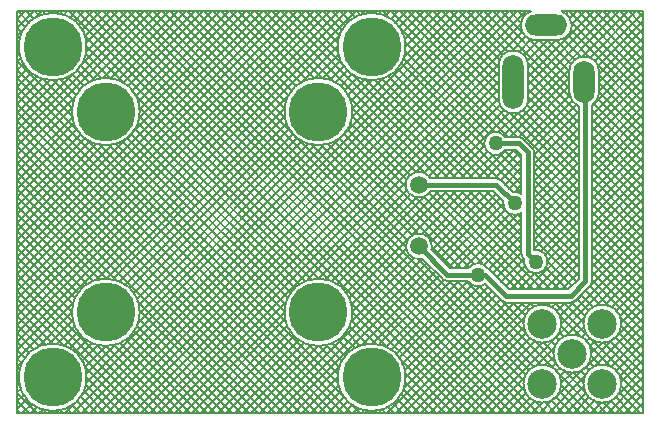
<source format=gbl>
G04*
G04 #@! TF.GenerationSoftware,Altium Limited,Altium Designer,20.1.14 (287)*
G04*
G04 Layer_Physical_Order=2*
G04 Layer_Color=16711680*
%FSLAX42Y42*%
%MOMM*%
G71*
G04*
G04 #@! TF.SameCoordinates,C0F7CC4A-4C12-43CF-AD3A-5075A501ED9E*
G04*
G04*
G04 #@! TF.FilePolarity,Positive*
G04*
G01*
G75*
%ADD13C,0.40*%
%ADD29C,0.20*%
%ADD30C,1.50*%
%ADD31C,5.00*%
%ADD32C,2.50*%
%ADD33O,1.80X4.60*%
%ADD34O,1.80X3.60*%
%ADD35O,3.60X1.80*%
%ADD36C,1.27*%
D13*
X4247Y2280D02*
X4323Y2204D01*
X4050Y2280D02*
X4247D01*
X3900Y1168D02*
X3962D01*
X4142Y988D01*
X4688D02*
X4811Y1111D01*
X4142Y988D02*
X4688D01*
X4323Y1347D02*
Y2204D01*
Y1347D02*
X4390Y1280D01*
X4811Y1111D02*
Y2789D01*
X4800Y2800D02*
X4811Y2789D01*
X3400Y1930D02*
X4055D01*
X4213Y1773D01*
X3642Y1168D02*
X3900D01*
X3400Y1410D02*
X3642Y1168D01*
D29*
X4867Y2604D02*
G03*
X4926Y2710I-67J106D01*
G01*
Y2890D02*
G03*
X4675Y2890I-126J0D01*
G01*
Y2710D02*
G03*
X4756Y2592I126J0D01*
G01*
X4696Y3280D02*
G03*
X4610Y3399I-126J0D01*
G01*
X4570Y3154D02*
G03*
X4696Y3280I0J126D01*
G01*
X4350Y3399D02*
G03*
X4390Y3154I40J-119D01*
G01*
X4286Y2319D02*
G03*
X4247Y2336I-39J-39D01*
G01*
X4286Y2319D02*
G03*
X4247Y2336I-39J-39D01*
G01*
X4326Y2940D02*
G03*
X4075Y2940I-126J0D01*
G01*
Y2660D02*
G03*
X4326Y2660I126J0D01*
G01*
X4132Y2336D02*
G03*
X4132Y2224I-82J-56D01*
G01*
X4378Y2204D02*
G03*
X4362Y2244I-56J0D01*
G01*
X4378Y2204D02*
G03*
X4362Y2244I-56J0D01*
G01*
X4094Y1969D02*
G03*
X4055Y1986I-39J-39D01*
G01*
X4267Y1855D02*
G03*
X4194Y1870I-55J-83D01*
G01*
X4267Y1347D02*
G03*
X4284Y1308I56J0D01*
G01*
X4267Y1347D02*
G03*
X4284Y1308I56J0D01*
G01*
X4115Y1791D02*
G03*
X4267Y1690I97J-19D01*
G01*
X4094Y1969D02*
G03*
X4055Y1986I-39J-39D01*
G01*
X3507Y1382D02*
G03*
X3511Y1410I-107J28D01*
G01*
X4851Y1072D02*
G03*
X4867Y1111I-39J39D01*
G01*
X4851Y1072D02*
G03*
X4867Y1111I-39J39D01*
G01*
X5115Y754D02*
G03*
X5115Y754I-161J0D01*
G01*
X4861Y500D02*
G03*
X4861Y500I-161J0D01*
G01*
X5115Y246D02*
G03*
X5115Y246I-161J0D01*
G01*
X4489Y1280D02*
G03*
X4378Y1378I-99J0D01*
G01*
X4293Y1299D02*
G03*
X4489Y1280I97J-19D01*
G01*
X4001Y1207D02*
G03*
X3985Y1218I-39J-39D01*
G01*
X4001Y1207D02*
G03*
X3985Y1218I-39J-39D01*
G01*
D02*
G03*
X3818Y1224I-85J-50D01*
G01*
X3603Y1129D02*
G03*
X3642Y1112I39J39D01*
G01*
X3818D02*
G03*
X3961Y1090I82J56D01*
G01*
X3603Y1129D02*
G03*
X3642Y1112I39J39D01*
G01*
X4688Y933D02*
G03*
X4728Y949I0J56D01*
G01*
X4688Y933D02*
G03*
X4728Y949I0J56D01*
G01*
X4607Y754D02*
G03*
X4607Y754I-161J0D01*
G01*
Y246D02*
G03*
X4607Y246I-161J0D01*
G01*
X4102Y949D02*
G03*
X4142Y933I39J39D01*
G01*
X4102Y949D02*
G03*
X4142Y933I39J39D01*
G01*
X3286Y3100D02*
G03*
X3286Y3100I-286J0D01*
G01*
X3496Y1986D02*
G03*
X3496Y1874I-96J-56D01*
G01*
X3511Y1410D02*
G03*
X3428Y1303I-111J0D01*
G01*
X2836Y2550D02*
G03*
X2836Y2550I-286J0D01*
G01*
X586Y3100D02*
G03*
X586Y3100I-286J0D01*
G01*
X1036Y2550D02*
G03*
X1036Y2550I-286J0D01*
G01*
X2836Y850D02*
G03*
X2836Y850I-286J0D01*
G01*
X3286Y300D02*
G03*
X3286Y300I-286J0D01*
G01*
X1036Y850D02*
G03*
X1036Y850I-286J0D01*
G01*
X586Y300D02*
G03*
X586Y300I-286J0D01*
G01*
X5248Y3399D02*
X5300Y3347D01*
X5033Y3399D02*
X5300Y3132D01*
X4961Y3399D02*
X5300Y3060D01*
X4889Y3399D02*
X5300Y2988D01*
X5176Y3399D02*
X5300Y3275D01*
X5104Y3399D02*
X5300Y3203D01*
X4890Y2978D02*
X5300Y3388D01*
X4926Y2870D02*
X5300Y3245D01*
X4926Y2799D02*
X5300Y3173D01*
X4918Y2934D02*
X5300Y3317D01*
X4926Y2727D02*
X5300Y3101D01*
X4926Y2710D02*
Y2890D01*
Y2716D02*
X5300Y2341D01*
X4867Y2309D02*
X5300Y2742D01*
X4867Y2381D02*
X5300Y2814D01*
X4913Y2656D02*
X5300Y2269D01*
X4882Y2615D02*
X5300Y2198D01*
X4867Y2237D02*
X5300Y2670D01*
X4914Y2943D02*
X5300Y2557D01*
X4867Y2524D02*
X5300Y2957D01*
X4867Y2596D02*
X5300Y3029D01*
X4926Y2859D02*
X5300Y2485D01*
X4926Y2788D02*
X5300Y2413D01*
X4867Y2452D02*
X5300Y2886D01*
X4782Y3014D02*
X5167Y3399D01*
X4846Y3007D02*
X5239Y3399D01*
X4326Y2773D02*
X4951Y3399D01*
X4817D02*
X5300Y2916D01*
X4745Y3399D02*
X5300Y2844D01*
X4610Y3399D02*
X5300D01*
X4679Y3342D02*
X4736Y3399D01*
X4695Y3287D02*
X4808Y3399D01*
X4326Y2845D02*
X4879Y3399D01*
X4662Y3195D02*
X4853Y3004D01*
X4620Y3165D02*
X4772Y3012D01*
X4673Y3399D02*
X5300Y2772D01*
X4326Y2702D02*
X5023Y3399D01*
X4321Y2625D02*
X5095Y3399D01*
X4692Y3308D02*
X5300Y2701D01*
X4689Y3240D02*
X5300Y2629D01*
X4326Y2884D02*
X4756Y2454D01*
X4326Y2813D02*
X4756Y2383D01*
X4325Y2958D02*
X4756Y2526D01*
X4326Y2741D02*
X4756Y2311D01*
X4326Y2669D02*
X4756Y2239D01*
X4315Y2608D02*
X4756Y2167D01*
X4867Y2343D02*
X5300Y1910D01*
X4867Y1878D02*
X5300Y2311D01*
X4867Y1950D02*
X5300Y2383D01*
X4867Y1806D02*
X5300Y2239D01*
X4867Y2200D02*
X5300Y1767D01*
X4867Y2271D02*
X5300Y1838D01*
X4867Y2559D02*
X5300Y2126D01*
X4867Y2093D02*
X5300Y2526D01*
X4867Y2165D02*
X5300Y2598D01*
X4867Y2021D02*
X5300Y2454D01*
X4867Y2415D02*
X5300Y1982D01*
X4867Y2487D02*
X5300Y2054D01*
X4867Y1912D02*
X5300Y1479D01*
X4867Y1447D02*
X5300Y1880D01*
X4867Y1519D02*
X5300Y1952D01*
X4867Y1375D02*
X5300Y1808D01*
X4867Y1769D02*
X5300Y1336D01*
X4867Y1840D02*
X5300Y1407D01*
X4867Y2128D02*
X5300Y1695D01*
X4867Y1662D02*
X5300Y2095D01*
X4867Y1734D02*
X5300Y2167D01*
X4867Y1590D02*
X5300Y2023D01*
X4867Y1984D02*
X5300Y1551D01*
X4867Y2056D02*
X5300Y1623D01*
X4378Y1892D02*
X4756Y2270D01*
X4378Y1820D02*
X4756Y2198D01*
X4169Y2538D02*
X4756Y1952D01*
X4378Y1748D02*
X4756Y2126D01*
X4378Y2113D02*
X4756Y1736D01*
X4378Y2185D02*
X4756Y1808D01*
X4378Y2179D02*
X4756Y2557D01*
X4284Y2567D02*
X4756Y2095D01*
X4239Y2540D02*
X4756Y2023D01*
X4378Y2036D02*
X4756Y2413D01*
X4378Y1964D02*
X4756Y2341D01*
X4378Y2108D02*
X4756Y2485D01*
X4378Y1826D02*
X4756Y1449D01*
X4378Y1389D02*
X4756Y1767D01*
X4378Y1461D02*
X4756Y1838D01*
X4431Y1370D02*
X4756Y1695D01*
X4471Y1338D02*
X4756Y1623D01*
X4378Y1754D02*
X4756Y1377D01*
X4378Y2042D02*
X4756Y1664D01*
X4378Y1605D02*
X4756Y1982D01*
X4378Y1677D02*
X4756Y2054D01*
X4378Y1533D02*
X4756Y1910D01*
X4378Y1898D02*
X4756Y1520D01*
X4378Y1970D02*
X4756Y1592D01*
X4645Y3380D02*
X4664Y3399D01*
X4559Y3154D02*
X4724Y2990D01*
X4390Y3154D02*
X4570D01*
X4487D02*
X4690Y2951D01*
X4319Y2982D02*
X4491Y3154D01*
X4314Y3399D02*
X4326Y3388D01*
X4242Y3399D02*
X4288Y3353D01*
X4249Y3056D02*
X4353Y3160D01*
X4291Y3026D02*
X4419Y3154D01*
X4186Y3065D02*
X4307Y3186D01*
X4415Y3154D02*
X4675Y2895D01*
X4675Y2710D02*
Y2890D01*
X4325Y3172D02*
X4675Y2823D01*
X4331Y2275D02*
X4696Y2640D01*
X4366Y2239D02*
X4732Y2605D01*
X4295Y2311D02*
X4676Y2692D01*
X4326Y2917D02*
X4563Y3154D01*
X4326Y2660D02*
Y2940D01*
X4175Y2336D02*
X4675Y2835D01*
X4247Y2336D02*
X4675Y2763D01*
X4171Y3399D02*
X4267Y3303D01*
X4099Y3399D02*
X4283Y3215D01*
X4027Y3399D02*
X4675Y2751D01*
X3883Y3399D02*
X4218Y3064D01*
X3811Y3399D02*
X4154Y3057D01*
X3596Y3399D02*
X4075Y2920D01*
X3524Y3399D02*
X4075Y2848D01*
X3380Y3399D02*
X4075Y2705D01*
X3739Y3399D02*
X4111Y3028D01*
X3668Y3399D02*
X4083Y2984D01*
X3452Y3399D02*
X4075Y2776D01*
X4119Y2351D02*
X4676Y2908D01*
X3955Y3399D02*
X4680Y2674D01*
X4073Y2376D02*
X4236Y2540D01*
X4132Y2336D02*
X4247D01*
X3610Y1986D02*
X4164Y2540D01*
X4075Y2660D02*
Y2940D01*
X3441Y2033D02*
X4075Y2666D01*
X3374Y2038D02*
X4075Y2738D01*
X3538Y1986D02*
X4118Y2565D01*
X3483Y2003D02*
X4087Y2606D01*
X4286Y2319D02*
X4362Y2244D01*
X4224Y2224D02*
X4267Y2181D01*
X4196Y2224D02*
X4267Y2153D01*
X4129Y2220D02*
X4267Y2081D01*
X4132Y2224D02*
X4224D01*
X4095Y1968D02*
X4267Y2140D01*
X4088Y2188D02*
X4267Y2009D01*
X4131Y1932D02*
X4267Y2068D01*
X4167Y1896D02*
X4267Y1996D01*
Y1855D02*
Y2181D01*
X4378Y1378D02*
Y2204D01*
Y1395D02*
X4394Y1379D01*
X4214Y1872D02*
X4267Y1925D01*
X4094Y1969D02*
X4194Y1870D01*
X4240Y1677D02*
X4267Y1650D01*
Y1347D02*
Y1690D01*
X4147Y1699D02*
X4267Y1578D01*
X3969Y1986D02*
X4208Y2224D01*
X4041Y1986D02*
X4252Y2197D01*
X3897Y1986D02*
X4136Y2224D01*
X4018Y2186D02*
X4267Y1937D01*
X3496Y1986D02*
X4055D01*
X3753D02*
X3979Y2211D01*
X3825Y1986D02*
X4024Y2184D01*
X3682Y1986D02*
X3954Y2257D01*
X3496Y1874D02*
X4032D01*
X3490Y1866D02*
X3499Y1874D01*
X3483Y2003D02*
X3500Y1986D01*
X3899Y1874D02*
X4267Y1506D01*
X3827Y1874D02*
X4267Y1434D01*
X3755Y1874D02*
X4267Y1362D01*
X4032Y1874D02*
X4115Y1791D01*
X3971Y1874D02*
X4139Y1707D01*
X3580Y1309D02*
X4089Y1818D01*
X3504Y1448D02*
X3930Y1874D01*
X3508Y1381D02*
X4002Y1874D01*
X3475Y1491D02*
X3858Y1874D01*
X3544Y1345D02*
X4053Y1854D01*
X3428Y1517D02*
X3786Y1874D01*
X4867Y1231D02*
X5300Y1664D01*
X4867Y1625D02*
X5300Y1192D01*
X4867Y1303D02*
X5300Y1736D01*
X4867Y1697D02*
X5300Y1264D01*
X4867Y1553D02*
X5300Y1120D01*
X4900Y905D02*
X5300Y1305D01*
X4867Y1159D02*
X5300Y1592D01*
X4867Y1481D02*
X5300Y1048D01*
X4867Y1409D02*
X5300Y976D01*
X4867Y1111D02*
Y2604D01*
X4979Y913D02*
X5300Y1233D01*
X5033Y894D02*
X5300Y1161D01*
X4867Y1338D02*
X5300Y904D01*
X5103Y814D02*
X5300Y617D01*
Y-0D02*
Y3399D01*
X5078Y652D02*
X5300Y874D01*
X5113Y732D02*
X5300Y545D01*
X4975Y405D02*
X5300Y730D01*
X4892Y394D02*
X5300Y802D01*
X4867Y1194D02*
X5300Y761D01*
X4867Y1122D02*
X5300Y689D01*
X4867Y1266D02*
X5300Y833D01*
X5101Y819D02*
X5300Y1018D01*
X5114Y760D02*
X5300Y946D01*
X5073Y862D02*
X5300Y1089D01*
X4608Y1044D02*
X4756Y1192D01*
X4489Y1284D02*
X4756Y1551D01*
X4812Y1033D02*
X4932Y913D01*
X4728Y949D02*
X4851Y1072D01*
X4378Y1539D02*
X4756Y1161D01*
X4392Y1044D02*
X4756Y1407D01*
X4320Y1044D02*
X4756Y1479D01*
X4536Y1044D02*
X4756Y1264D01*
X4665Y1044D02*
X4756Y1134D01*
X4464Y1044D02*
X4756Y1336D01*
X4595Y815D02*
X5300Y1521D01*
X4607Y755D02*
X5300Y1449D01*
X3923Y0D02*
X5300Y1377D01*
X4848Y1069D02*
X5014Y903D01*
X4776Y997D02*
X4878Y895D01*
X4740Y961D02*
X4837Y864D01*
X4696Y933D02*
X4808Y821D01*
X4553Y933D02*
X4819Y667D01*
X4625Y933D02*
X4794Y764D01*
X4646Y651D02*
X4803Y808D01*
X4591Y823D02*
X4769Y645D01*
X5099Y314D02*
X5300Y515D01*
X4964Y594D02*
X5300Y258D01*
X4867Y619D02*
X5300Y186D01*
X5114Y257D02*
X5300Y443D01*
X5099Y315D02*
X5300Y114D01*
X5091Y162D02*
X5300Y371D01*
X5095Y678D02*
X5300Y473D01*
X5064Y637D02*
X5300Y402D01*
X5029Y388D02*
X5300Y658D01*
X5070Y357D02*
X5300Y587D01*
X5021Y608D02*
X5300Y330D01*
X4860Y506D02*
X4948Y594D01*
X5114Y229D02*
X5300Y42D01*
X5073Y0D02*
X5300Y227D01*
X5001Y0D02*
X5300Y299D01*
X5216Y0D02*
X5300Y84D01*
X5288Y0D02*
X5300Y12D01*
X5144Y0D02*
X5300Y156D01*
X5067Y132D02*
X5199Y0D01*
X5097Y173D02*
X5271Y0D01*
X4929D02*
X5038Y109D01*
X4969Y86D02*
X5055Y0D01*
X5025Y102D02*
X5127Y0D01*
X4879Y104D02*
X4983Y0D01*
X4847Y565D02*
X4889Y607D01*
X4824Y398D02*
X5056Y630D01*
X4860Y483D02*
X4937Y406D01*
X4845Y569D02*
X5023Y391D01*
X4843Y427D02*
X4881Y389D01*
X4779Y640D02*
X4814Y675D01*
X4819Y608D02*
X4846Y635D01*
X4725Y659D02*
X4795Y729D01*
X4813Y386D02*
X4840Y359D01*
X4771Y356D02*
X4810Y317D01*
X4715Y340D02*
X4794Y261D01*
X4606Y233D02*
X4839Y0D01*
X4585Y326D02*
X4911Y0D01*
X4785D02*
X4886Y101D01*
X4857Y0D02*
X4943Y86D01*
X4713Y0D02*
X4843Y130D01*
X4625Y358D02*
X4812Y171D01*
X4570Y144D02*
X4802Y376D01*
X4498Y0D02*
X4806Y308D01*
X4591Y177D02*
X4768Y0D01*
X4642D02*
X4812Y171D01*
X4570Y0D02*
X4795Y225D01*
X4378Y1682D02*
X4756Y1305D01*
Y1134D02*
Y2592D01*
X4378Y1611D02*
X4756Y1233D01*
X4378Y1467D02*
X4733Y1112D01*
X4284Y1308D02*
X4293Y1299D01*
X3990Y1216D02*
X4267Y1494D01*
X4027Y1182D02*
X4267Y1422D01*
X3953Y1252D02*
X4267Y1565D01*
X4063Y1146D02*
X4267Y1350D01*
X4489Y1284D02*
X4697Y1076D01*
X4474Y1228D02*
X4658Y1044D01*
X4437Y1193D02*
X4586Y1044D01*
X4249D02*
X4386Y1181D01*
X4376Y1182D02*
X4514Y1044D01*
X4165D02*
X4665D01*
X4099Y1110D02*
X4290Y1301D01*
X4135Y1074D02*
X4300Y1239D01*
X4001Y1207D02*
X4165Y1044D01*
X4177D02*
X4332Y1199D01*
X3961Y1090D02*
X4102Y949D01*
X3913Y1070D02*
X4304Y679D01*
X3683Y1874D02*
X4292Y1266D01*
X3652Y1237D02*
X4131Y1716D01*
X3616Y1273D02*
X4114Y1771D01*
X3897Y1267D02*
X4267Y1637D01*
X3782Y1224D02*
X4234Y1676D01*
X3710Y1224D02*
X4170Y1683D01*
X3507Y1382D02*
X3665Y1224D01*
X3510Y1401D02*
X3688Y1224D01*
X3377Y1822D02*
X3940Y1259D01*
X3665Y1224D02*
X3818D01*
X3428Y1303D02*
X3603Y1129D01*
X3540Y1874D02*
X4370Y1044D01*
X3612Y1874D02*
X4442Y1044D01*
X3396Y1300D02*
X4334Y361D01*
X3727Y1112D02*
X4433Y406D01*
X3799Y1112D02*
X4526Y385D01*
X3655Y1112D02*
X4377Y391D01*
X3484Y1858D02*
X4298Y1044D01*
X3443Y1828D02*
X4227Y1044D01*
X3642Y1112D02*
X3818D01*
X4567Y859D02*
X4640Y933D01*
X4606Y737D02*
X4683Y660D01*
X4589Y681D02*
X4627Y643D01*
X4559Y640D02*
X4586Y613D01*
X4481Y933D02*
X4515Y899D01*
X4528Y892D02*
X4569Y933D01*
X4476Y912D02*
X4497Y933D01*
X4410D02*
X4429Y914D01*
X4517Y610D02*
X4556Y571D01*
X4400Y908D02*
X4425Y933D01*
X4565Y354D02*
X4592Y381D01*
X4593Y311D02*
X4635Y353D01*
X4525Y386D02*
X4560Y421D01*
X4606Y252D02*
X4694Y340D01*
X4561Y134D02*
X4696Y0D01*
X4520Y104D02*
X4624Y0D01*
X4461Y594D02*
X4540Y515D01*
X4471Y405D02*
X4541Y475D01*
X4392Y397D02*
X4549Y554D01*
X4426Y0D02*
X4548Y122D01*
X4465Y87D02*
X4552Y0D01*
X4381Y99D02*
X4480Y0D01*
X4142Y933D02*
X4688D01*
X4338D02*
X4373Y897D01*
X3420Y0D02*
X4353Y933D01*
X4371Y612D02*
X4558Y425D01*
X4116Y939D02*
X4286Y769D01*
X4266Y933D02*
X4332Y867D01*
X4211Y0D02*
X4338Y127D01*
X4194Y933D02*
X4302Y825D01*
X3708Y0D02*
X4341Y633D01*
X3779Y0D02*
X4385Y605D01*
X3636Y0D02*
X4308Y672D01*
X4282Y0D02*
X4381Y99D01*
X4354Y0D02*
X4440Y86D01*
X3851Y0D02*
X4445Y593D01*
X3492Y0D02*
X4292Y800D01*
X3564Y0D02*
X4288Y724D01*
X3348Y0D02*
X4281Y933D01*
X4067Y0D02*
X4287Y221D01*
X4139Y0D02*
X4306Y167D01*
X3995Y0D02*
X4295Y300D01*
X3117Y3361D02*
X3155Y3399D01*
X3163Y3335D02*
X3227Y3399D01*
X3063Y3379D02*
X3083Y3399D01*
X3093D02*
X3147Y3345D01*
X3235Y3263D02*
X3371Y3399D01*
X3235Y3263D02*
X3371Y3399D01*
X3202Y3302D02*
X3299Y3399D01*
X2913Y3372D02*
X2940Y3399D01*
X2877D02*
X2906Y3370D01*
X2806Y3399D02*
X2857Y3347D01*
X2998Y3386D02*
X3012Y3399D01*
X3021D02*
X3037Y3383D01*
X2949Y3399D02*
X2965Y3383D01*
X3308Y3399D02*
X4079Y2629D01*
X3237Y3399D02*
X4756Y1880D01*
X3165Y3399D02*
X4228Y2336D01*
X3283Y3137D02*
X4041Y2379D01*
X3283Y3065D02*
X3990Y2359D01*
X3245Y3247D02*
X4156Y2336D01*
X3279Y3163D02*
X3514Y3399D01*
X3286Y3098D02*
X3586Y3399D01*
X3261Y3217D02*
X3443Y3399D01*
X3272Y3013D02*
X3658Y3399D01*
X2831Y2500D02*
X3730Y3399D01*
X2765Y2362D02*
X3802Y3399D01*
X2590D02*
X2750Y3239D01*
X2518Y3399D02*
X2729Y3189D01*
X2303Y3399D02*
X2768Y2934D01*
X2734Y3399D02*
X2815Y3318D01*
X2662Y3399D02*
X2779Y3281D01*
X-1Y3399D02*
X4350D01*
X2015D02*
X2580Y2834D01*
X1943Y3399D02*
X2510Y2833D01*
X1872Y3399D02*
X2452Y2818D01*
X2446Y3399D02*
X2716Y3129D01*
X2518Y2834D02*
X2721Y3037D01*
X2374Y3399D02*
X2718Y3055D01*
X2159Y3399D02*
X3572Y1986D01*
X2231Y3399D02*
X3644Y1986D01*
X1297Y3399D02*
X3290Y1406D01*
X2413Y2801D02*
X2714Y3102D01*
X663Y1122D02*
X2728Y3187D01*
X2087Y3399D02*
X2684Y2802D01*
X1800Y3399D02*
X2404Y2795D01*
X-1Y1033D02*
X2365Y3399D01*
X1728D02*
X2362Y2765D01*
X1656Y3399D02*
X2327Y2728D01*
X571Y3191D02*
X2641Y1121D01*
X3270Y3006D02*
X3958Y2318D01*
X3247Y2957D02*
X3956Y2248D01*
X3139Y2850D02*
X4003Y1986D01*
X2955Y2818D02*
X3788Y1986D01*
X3029Y2816D02*
X3860Y1986D01*
X2802Y2684D02*
X3473Y2013D01*
X2801Y2686D02*
X2937Y2821D01*
X2834Y2575D02*
X3087Y2828D01*
X2773Y2729D02*
X2883Y2839D01*
X2834Y2580D02*
X3376Y2038D01*
X2833Y2510D02*
X3328Y2014D01*
X2823Y2635D02*
X3002Y2814D01*
X3181Y2879D02*
X4082Y1978D01*
X3218Y2915D02*
X4267Y1865D01*
X2834Y2868D02*
X3716Y1986D01*
X3089Y2829D02*
X3932Y1986D01*
X3346Y1507D02*
X3714Y1874D01*
X2765Y2362D02*
X3866Y1261D01*
X2818Y2452D02*
X3298Y1973D01*
X2795Y2404D02*
X3292Y1907D01*
X2783Y1015D02*
X3642Y1874D01*
X2750Y1054D02*
X3570Y1874D01*
X2737Y2766D02*
X2837Y2865D01*
X2728Y2327D02*
X3824Y1231D01*
X2685Y2298D02*
X3760Y1224D01*
X2634Y2277D02*
X3391Y1520D01*
X2574Y2265D02*
X3338Y1502D01*
X2499Y2269D02*
X3304Y1464D01*
X2647Y2819D02*
X2765Y2937D01*
X2696Y2796D02*
X2798Y2898D01*
X2589Y2833D02*
X2739Y2983D01*
X2737Y2766D02*
X2837Y2865D01*
X997Y2693D02*
X2554Y1136D01*
X2544Y1136D02*
X3297Y1889D01*
X2457Y1120D02*
X3292Y1956D01*
X1033Y2585D02*
X2489Y1129D01*
X2664Y1112D02*
X3375Y1822D01*
X2710Y1086D02*
X3464Y1840D01*
X2610Y1129D02*
X3327Y1847D01*
X1033Y2513D02*
X2435Y1111D01*
X1019Y2455D02*
X2389Y1086D01*
X997Y2406D02*
X2349Y1053D01*
X985Y1013D02*
X2334Y2363D01*
X985Y1013D02*
X2334Y2363D01*
X967Y2364D02*
X2316Y1014D01*
X584Y3127D02*
X856Y3399D01*
X582Y3052D02*
X928Y3399D01*
X572Y3187D02*
X784Y3399D01*
X524Y2923D02*
X1000Y3399D01*
X793Y2832D02*
X1359Y3399D01*
X850Y2818D02*
X1431Y3399D01*
X723Y2834D02*
X1287Y3399D01*
X395Y3369D02*
X425Y3399D01*
X444Y3346D02*
X497Y3399D01*
X363D02*
X391Y3371D01*
X522Y3280D02*
X641Y3399D01*
X551Y3237D02*
X713Y3399D01*
X486Y3316D02*
X569Y3399D01*
X1441D02*
X2265Y2574D01*
X1035Y2572D02*
X1862Y3399D01*
X1030Y2495D02*
X1934Y3399D01*
X1584D02*
X2298Y2685D01*
X1512Y3399D02*
X2277Y2634D01*
X1369Y3399D02*
X2269Y2499D01*
X898Y2794D02*
X1503Y3399D01*
X939Y2764D02*
X1575Y3399D01*
X622Y2805D02*
X1216Y3399D01*
X1003Y2683D02*
X1718Y3399D01*
X1023Y2632D02*
X1790Y3399D01*
X974Y2727D02*
X1647Y3399D01*
X219D02*
X239Y3379D01*
X159Y3348D02*
X210Y3399D01*
X147D02*
X185Y3361D01*
X291Y3399D02*
X304Y3386D01*
X338Y3383D02*
X353Y3399D01*
X266Y3384D02*
X282Y3399D01*
X76D02*
X139Y3336D01*
X4Y3399D02*
X99Y3303D01*
X-2Y3259D02*
X138Y3399D01*
X-2Y3330D02*
X66Y3399D01*
X-2Y3261D02*
X40Y3219D01*
X-2Y3333D02*
X66Y3264D01*
X-1Y1392D02*
X2006Y3399D01*
X-1Y1320D02*
X2078Y3399D01*
X-2Y2254D02*
X1144Y3399D01*
X-1Y1177D02*
X2221Y3399D01*
X-1Y1105D02*
X2293Y3399D01*
X-1Y1249D02*
X2149Y3399D01*
X-2Y2325D02*
X1072Y3399D01*
X-2Y3187D02*
X52Y3241D01*
X-2Y3115D02*
X16Y3134D01*
X-2Y3118D02*
X14Y3101D01*
X-2Y3189D02*
X22Y3165D01*
X579Y3039D02*
X785Y2833D01*
X586Y3104D02*
X893Y2797D01*
X561Y2985D02*
X713Y2833D01*
X536Y2939D02*
X655Y2819D01*
X-1Y1679D02*
X617Y2297D01*
X503Y2899D02*
X606Y2797D01*
X464Y2866D02*
X564Y2767D01*
X419Y2840D02*
X529Y2730D01*
X365Y2822D02*
X500Y2687D01*
X301Y2814D02*
X478Y2637D01*
X216Y2827D02*
X466Y2578D01*
X813Y1129D02*
X2266Y2582D01*
X867Y1111D02*
X2267Y2511D01*
X748Y1136D02*
X2299Y2687D01*
X913Y1085D02*
X2281Y2453D01*
X952Y1052D02*
X2304Y2404D01*
X-1Y1464D02*
X805Y2270D01*
X-1Y1608D02*
X668Y2277D01*
X-1Y1536D02*
X728Y2265D01*
X-1Y1680D02*
X591Y1087D01*
X-1Y1536D02*
X518Y1017D01*
X-1Y1464D02*
X492Y971D01*
X-1Y1608D02*
X551Y1055D01*
X-2Y2684D02*
X163Y2849D01*
X-2Y2397D02*
X477Y2876D01*
X-2Y2974D02*
X468Y2503D01*
X-2Y2541D02*
X273Y2816D01*
X-2Y2469D02*
X348Y2818D01*
X-2Y2613D02*
X213Y2828D01*
X-2Y3043D02*
X17Y3062D01*
X-2Y2972D02*
X31Y3005D01*
X-2Y3046D02*
X27Y3016D01*
X-2Y2828D02*
X84Y2914D01*
X-2Y2756D02*
X120Y2878D01*
X-2Y2900D02*
X54Y2956D01*
X-1Y1823D02*
X536Y2361D01*
X-1Y1751D02*
X573Y2326D01*
X-1Y1967D02*
X847Y1118D01*
X-1Y1823D02*
X692Y1130D01*
X-1Y1752D02*
X638Y1113D01*
X-1Y1895D02*
X759Y1135D01*
X-2Y2182D02*
X495Y2678D01*
X-2Y2110D02*
X466Y2577D01*
X-2Y2902D02*
X523Y2377D01*
X-1Y1966D02*
X482Y2450D01*
X-1Y1895D02*
X506Y2402D01*
X-1Y2038D02*
X468Y2507D01*
X2915Y573D02*
X3537Y1194D01*
X1225Y3399D02*
X4304Y320D01*
X1153Y3399D02*
X4287Y265D01*
X1081Y3399D02*
X4299Y181D01*
X3064Y578D02*
X3609Y1123D01*
X3203Y501D02*
X3814Y1112D01*
X3000Y586D02*
X3573Y1158D01*
X2828Y916D02*
X3293Y1382D01*
X2836Y852D02*
X3319Y1335D01*
X2809Y970D02*
X3303Y1464D01*
X2824Y768D02*
X3362Y1306D01*
X2199Y0D02*
X3465Y1266D01*
X938Y3399D02*
X4337Y0D01*
X1009Y3399D02*
X4408Y0D01*
X906D02*
X4305Y3399D01*
X978Y0D02*
X4265Y3287D01*
X1049Y0D02*
X4276Y3227D01*
X866Y3399D02*
X4265Y0D01*
X1121D02*
X4075Y2954D01*
X1193Y0D02*
X4075Y2882D01*
X834Y0D02*
X4233Y3399D01*
X2127Y0D02*
X3429Y1302D01*
X2271Y0D02*
X3501Y1230D01*
X1265Y0D02*
X4075Y2810D01*
X650Y3399D02*
X4049Y0D01*
X690D02*
X4089Y3399D01*
X618Y0D02*
X4017Y3399D01*
X-0Y531D02*
X2868Y3399D01*
X577Y2323D02*
X2773Y127D01*
X-0Y602D02*
X2796Y3399D01*
X-1Y746D02*
X2652Y3399D01*
X-0Y674D02*
X2724Y3399D01*
X-1Y818D02*
X2581Y3399D01*
X703Y2268D02*
X2718Y253D01*
X581Y250D02*
X2600Y2269D01*
X515Y112D02*
X2738Y2335D01*
X547Y0D02*
X3946Y3399D01*
X578D02*
X3977Y0D01*
X507Y3399D02*
X3906Y0D01*
X762D02*
X4161Y3399D01*
X794D02*
X4193Y0D01*
X722Y3399D02*
X4121Y0D01*
X435Y3399D02*
X3834Y0D01*
X475D02*
X3874Y3399D01*
X-2Y2830D02*
X2828Y0D01*
X-2Y2686D02*
X2684Y0D01*
X-2Y2614D02*
X2612Y0D01*
X-2Y2758D02*
X2756Y0D01*
X3235Y462D02*
X3854Y1080D01*
X3261Y416D02*
X3916Y1070D01*
X3164Y534D02*
X3742Y1112D01*
X3279Y361D02*
X3984Y1067D01*
X3286Y296D02*
X4020Y1031D01*
X3271Y210D02*
X4056Y995D01*
X3247Y443D02*
X3690Y0D01*
X3283Y335D02*
X3618Y0D01*
X3118Y560D02*
X3671Y1112D01*
X3269Y205D02*
X3474Y0D01*
X3283Y263D02*
X3546Y0D01*
X3247Y156D02*
X3403Y0D01*
X3205D02*
X4138Y933D01*
X3277Y0D02*
X4209Y933D01*
X3133Y0D02*
X4092Y959D01*
X3180Y79D02*
X3259Y0D01*
X3217Y114D02*
X3331Y0D01*
X3137Y50D02*
X3187Y0D01*
X3061D02*
X3090Y29D01*
X3087Y28D02*
X3115Y0D01*
X2917D02*
X2939Y21D01*
X2989Y0D02*
X3004Y14D01*
X3028Y16D02*
X3043Y0D01*
X2953Y18D02*
X2972Y0D01*
X2829Y789D02*
X3035Y583D01*
X2836Y854D02*
X3143Y547D01*
X2811Y735D02*
X2963Y583D01*
X2786Y689D02*
X2905Y569D01*
X2846Y0D02*
X2884Y39D01*
X2753Y649D02*
X2856Y547D01*
X2714Y616D02*
X2814Y517D01*
X2669Y590D02*
X2779Y480D01*
X2615Y572D02*
X2750Y437D01*
X2551Y564D02*
X2728Y387D01*
X2466Y577D02*
X2716Y328D01*
X2702Y0D02*
X2799Y97D01*
X2821Y941D02*
X3762Y0D01*
X2630D02*
X2766Y136D01*
X2774Y0D02*
X2838Y65D01*
X2827Y73D02*
X2900Y0D01*
X0D02*
X5300D01*
X2055D02*
X2632Y576D01*
X2343Y0D02*
X2727Y385D01*
X1983Y0D02*
X2548Y564D01*
X2486Y0D02*
X2722Y236D01*
X2558Y0D02*
X2740Y182D01*
X2414Y0D02*
X2714Y300D01*
X1011Y967D02*
X2371Y2327D01*
X1029Y913D02*
X2414Y2299D01*
X930Y2329D02*
X2290Y969D01*
X887Y2300D02*
X2272Y915D01*
X1036Y848D02*
X2465Y2277D01*
X1022Y763D02*
X2525Y2266D01*
X778Y2266D02*
X2277Y766D01*
X837Y2278D02*
X2264Y851D01*
X268Y584D02*
X471Y787D01*
X397Y569D02*
X515Y687D01*
X446Y546D02*
X548Y648D01*
X339Y583D02*
X489Y733D01*
X1409Y0D02*
X2264Y856D01*
X1481Y0D02*
X2271Y790D01*
X1337Y0D02*
X2280Y943D01*
X1624Y0D02*
X2314Y690D01*
X1696Y0D02*
X2346Y650D01*
X1552Y0D02*
X2288Y736D01*
X1030Y792D02*
X1822Y0D01*
X1035Y859D02*
X1894Y0D01*
X1018Y947D02*
X1966Y0D01*
X987Y691D02*
X1678Y0D01*
X1013Y738D02*
X1750Y0D01*
X955Y651D02*
X1607Y0D01*
X-1Y961D02*
X2437Y3399D01*
X-1Y890D02*
X2509Y3399D01*
X-1Y1392D02*
X473Y918D01*
X-1Y1248D02*
X475Y772D01*
X-0Y459D02*
X478Y937D01*
X-1Y1320D02*
X464Y855D01*
X-1Y889D02*
X303Y586D01*
X163Y551D02*
X464Y852D01*
X-1Y961D02*
X388Y572D01*
X-1Y745D02*
X184Y561D01*
X-0Y673D02*
X138Y535D01*
X-1Y817D02*
X238Y579D01*
X-2Y2470D02*
X2469Y0D01*
X-2Y2399D02*
X2397Y0D01*
X-2Y2542D02*
X2541Y0D01*
X-2Y2255D02*
X2253Y0D01*
X-2Y2183D02*
X2181Y0D01*
X-2Y2327D02*
X2325Y0D01*
X-2Y2111D02*
X2109Y0D01*
X-1Y2039D02*
X2038Y0D01*
X-3Y3400D02*
X0Y0D01*
X-1Y1104D02*
X1104Y0D01*
X-1Y1033D02*
X1032Y0D01*
X-1Y1176D02*
X1176Y0D01*
X871Y592D02*
X1463Y0D01*
X1840D02*
X2430Y591D01*
X672Y575D02*
X1247Y0D01*
X755Y564D02*
X1319Y0D01*
X818Y573D02*
X1391Y0D01*
X586Y303D02*
X888Y0D01*
X487Y516D02*
X587Y615D01*
X523Y479D02*
X633Y589D01*
X487Y516D02*
X587Y615D01*
X573Y385D02*
X752Y564D01*
X584Y325D02*
X837Y578D01*
X551Y436D02*
X687Y571D01*
X1768Y0D02*
X2385Y617D01*
X1912Y0D02*
X2484Y572D01*
X917Y618D02*
X1535Y0D01*
X572Y388D02*
X960Y0D01*
X579Y238D02*
X816Y0D01*
X561Y184D02*
X744Y0D01*
X502Y98D02*
X601Y0D01*
X535Y138D02*
X673Y0D01*
X403D02*
X488Y85D01*
X417Y40D02*
X457Y0D01*
X463Y66D02*
X529Y0D01*
X364Y22D02*
X385Y0D01*
X-0Y529D02*
X66Y463D01*
X-0Y457D02*
X40Y417D01*
X-0Y601D02*
X98Y502D01*
X-0Y100D02*
X54Y154D01*
X-0Y28D02*
X84Y113D01*
X-0Y387D02*
X49Y437D01*
X-0Y315D02*
X16Y332D01*
X-0Y314D02*
X14Y299D01*
X-0Y386D02*
X22Y364D01*
X-0Y242D02*
X28Y214D01*
X-0Y172D02*
X31Y203D01*
X-0Y244D02*
X17Y261D01*
X187Y0D02*
X215Y27D01*
X214Y28D02*
X242Y0D01*
X299Y14D02*
X313Y0D01*
X331D02*
X350Y19D01*
X259Y0D02*
X275Y16D01*
X-0Y28D02*
X84Y113D01*
X-0Y98D02*
X98Y0D01*
X-0Y170D02*
X170Y0D01*
X44D02*
X121Y77D01*
X116Y0D02*
X164Y49D01*
X-0Y26D02*
X26Y0D01*
D30*
X3400Y1410D02*
D03*
Y1930D02*
D03*
D31*
X2550Y850D02*
D03*
Y2550D02*
D03*
X750D02*
D03*
Y850D02*
D03*
X3000Y300D02*
D03*
Y3100D02*
D03*
X300Y300D02*
D03*
Y3100D02*
D03*
D32*
X4700Y500D02*
D03*
X4446Y246D02*
D03*
Y754D02*
D03*
X4954D02*
D03*
Y246D02*
D03*
D33*
X4200Y2800D02*
D03*
D34*
X4800Y2800D02*
D03*
D35*
X4480Y3280D02*
D03*
D36*
X4050Y2280D02*
D03*
X4390Y1280D02*
D03*
X4213Y1773D02*
D03*
X3900Y1168D02*
D03*
M02*

</source>
